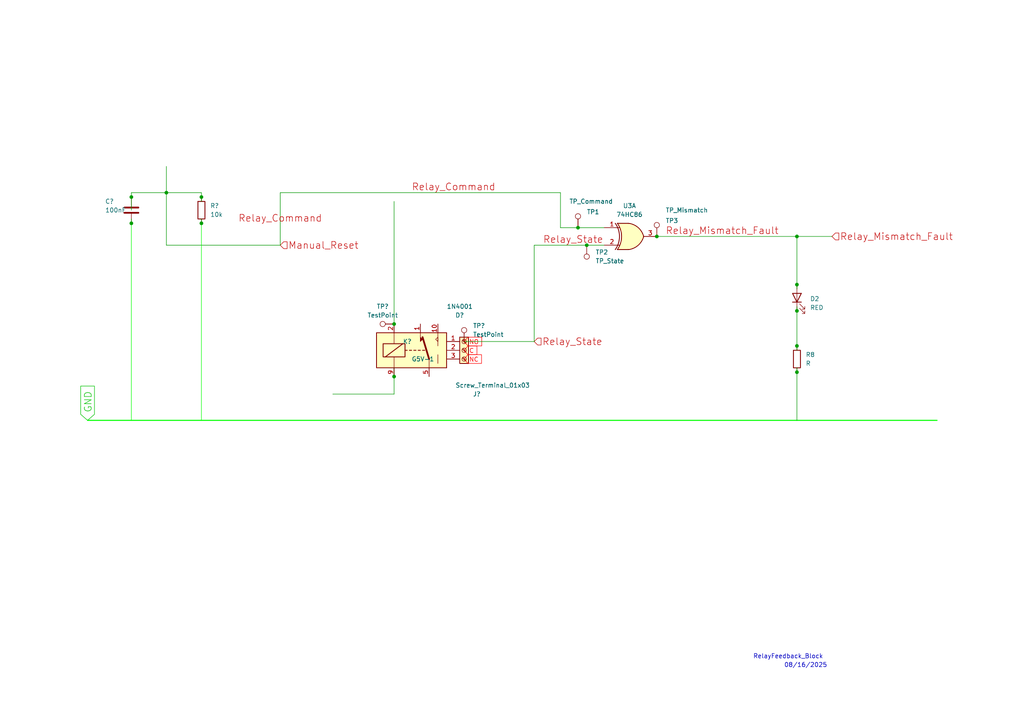
<source format=kicad_sch>
(kicad_sch (version 20250114) (generator "eeschema") (generator_version "9.0")
  (paper "A4")
  (lib_symbols
    (symbol "74xx:74HC86" (pin_names (offset 1.016))
      (property "Reference" "U" (at 0 1.27 0))
      (property "Value" "74HC86" (at 0 -1.27 0))
      (symbol "74HC86_1_0"
        (arc (start -4.4196 3.81) (mid -3.2033 0) (end -4.4196 -3.81) (stroke (width 0.254)))
        (arc (start -3.81 3.81) (mid -2.589 0) (end -3.81 -3.81) (stroke (width 0.254)))
        (polyline (pts (xy -3.81 3.81) (xy -0.635 3.81)) (stroke (width 0.254)) (fill (type background)))
        (polyline (pts (xy -3.81 -3.81) (xy -0.635 -3.81)) (stroke (width 0.254)) (fill (type background)))
        (arc (start 3.81 0) (mid 2.1855 -2.584) (end -0.6096 -3.81) (stroke (width 0.254)) (fill (type background)))
        (arc (start -0.6096 3.81) (mid 2.1928 2.5924) (end 3.81 0) (stroke (width 0.254)) (fill (type background)))
        (polyline (pts (xy -0.635 3.81) (xy -3.81 3.81) (xy -3.81 3.81) (xy -3.556 3.4036) (xy -3.0226 2.2606) (xy -2.6924 1.0414) (xy -2.6162 -0.254) (xy -2.7686 -1.4986) (xy -3.175 -2.7178) (xy -3.81 -3.81) (xy -3.81 -3.81) (xy -0.635 -3.81)) (stroke (width -25.4)) (fill (type background)))
        (pin input line (at -7.62 2.54 0) (length 4.445) (name "~") (number "1"))
        (pin input line (at -7.62 -2.54 0) (length 4.445) (name "~") (number "2"))
        (pin output line (at 7.62 0 180) (length 3.81) (name "~") (number "3"))
      )
      (symbol "74HC86_1_1"
        (polyline (pts (xy -3.81 2.54) (xy -3.175 2.54)) (stroke (width 0.1524)))
        (polyline (pts (xy -3.81 -2.54) (xy -3.175 -2.54)) (stroke (width 0.1524)))
      )
      (symbol "74HC86_2_0"
        (arc (start -4.4196 3.81) (mid -3.2033 0) (end -4.4196 -3.81) (stroke (width 0.254)))
        (arc (start -3.81 3.81) (mid -2.589 0) (end -3.81 -3.81) (stroke (width 0.254)))
        (polyline (pts (xy -3.81 3.81) (xy -0.635 3.81)) (stroke (width 0.254)) (fill (type background)))
        (polyline (pts (xy -3.81 -3.81) (xy -0.635 -3.81)) (stroke (width 0.254)) (fill (type background)))
        (arc (start 3.81 0) (mid 2.1855 -2.584) (end -0.6096 -3.81) (stroke (width 0.254)) (fill (type background)))
        (arc (start -0.6096 3.81) (mid 2.1928 2.5924) (end 3.81 0) (stroke (width 0.254)) (fill (type background)))
        (polyline (pts (xy -0.635 3.81) (xy -3.81 3.81) (xy -3.81 3.81) (xy -3.556 3.4036) (xy -3.0226 2.2606) (xy -2.6924 1.0414) (xy -2.6162 -0.254) (xy -2.7686 -1.4986) (xy -3.175 -2.7178) (xy -3.81 -3.81) (xy -3.81 -3.81) (xy -0.635 -3.81)) (stroke (width -25.4)) (fill (type background)))
        (pin input line (at -7.62 2.54 0) (length 4.445) (name "~") (number "4"))
        (pin input line (at -7.62 -2.54 0) (length 4.445) (name "~") (number "5"))
        (pin output line (at 7.62 0 180) (length 3.81) (name "~") (number "6"))
      )
      (symbol "74HC86_2_1"
        (polyline (pts (xy -3.81 2.54) (xy -3.175 2.54)) (stroke (width 0.1524)))
        (polyline (pts (xy -3.81 -2.54) (xy -3.175 -2.54)) (stroke (width 0.1524)))
      )
      (symbol "74HC86_3_0"
        (arc (start -4.4196 3.81) (mid -3.2033 0) (end -4.4196 -3.81) (stroke (width 0.254)))
        (arc (start -3.81 3.81) (mid -2.589 0) (end -3.81 -3.81) (stroke (width 0.254)))
        (polyline (pts (xy -3.81 3.81) (xy -0.635 3.81)) (stroke (width 0.254)) (fill (type background)))
        (polyline (pts (xy -3.81 -3.81) (xy -0.635 -3.81)) (stroke (width 0.254)) (fill (type background)))
        (arc (start 3.81 0) (mid 2.1855 -2.584) (end -0.6096 -3.81) (stroke (width 0.254)) (fill (type background)))
        (arc (start -0.6096 3.81) (mid 2.1928 2.5924) (end 3.81 0) (stroke (width 0.254)) (fill (type background)))
        (polyline (pts (xy -0.635 3.81) (xy -3.81 3.81) (xy -3.81 3.81) (xy -3.556 3.4036) (xy -3.0226 2.2606) (xy -2.6924 1.0414) (xy -2.6162 -0.254) (xy -2.7686 -1.4986) (xy -3.175 -2.7178) (xy -3.81 -3.81) (xy -3.81 -3.81) (xy -0.635 -3.81)) (stroke (width -25.4)) (fill (type background)))
        (pin input line (at -7.62 2.54 0) (length 4.445) (name "~") (number "9"))
        (pin input line (at -7.62 -2.54 0) (length 4.445) (name "~") (number "10"))
        (pin output line (at 7.62 0 180) (length 3.81) (name "~") (number "8"))
      )
      (symbol "74HC86_3_1"
        (polyline (pts (xy -3.81 2.54) (xy -3.175 2.54)) (stroke (width 0.1524)))
        (polyline (pts (xy -3.81 -2.54) (xy -3.175 -2.54)) (stroke (width 0.1524)))
      )
      (symbol "74HC86_4_0"
        (arc (start -4.4196 3.81) (mid -3.2033 0) (end -4.4196 -3.81) (stroke (width 0.254)))
        (arc (start -3.81 3.81) (mid -2.589 0) (end -3.81 -3.81) (stroke (width 0.254)))
        (polyline (pts (xy -3.81 3.81) (xy -0.635 3.81)) (stroke (width 0.254)) (fill (type background)))
        (polyline (pts (xy -3.81 -3.81) (xy -0.635 -3.81)) (stroke (width 0.254)) (fill (type background)))
        (arc (start 3.81 0) (mid 2.1855 -2.584) (end -0.6096 -3.81) (stroke (width 0.254)) (fill (type background)))
        (arc (start -0.6096 3.81) (mid 2.1928 2.5924) (end 3.81 0) (stroke (width 0.254)) (fill (type background)))
        (polyline (pts (xy -0.635 3.81) (xy -3.81 3.81) (xy -3.81 3.81) (xy -3.556 3.4036) (xy -3.0226 2.2606) (xy -2.6924 1.0414) (xy -2.6162 -0.254) (xy -2.7686 -1.4986) (xy -3.175 -2.7178) (xy -3.81 -3.81) (xy -3.81 -3.81) (xy -0.635 -3.81)) (stroke (width -25.4)) (fill (type background)))
        (pin input line (at -7.62 2.54 0) (length 4.445) (name "~") (number "12"))
        (pin input line (at -7.62 -2.54 0) (length 4.445) (name "~") (number "13"))
        (pin output line (at 7.62 0 180) (length 3.81) (name "~") (number "11"))
      )
      (symbol "74HC86_4_1"
        (polyline (pts (xy -3.81 2.54) (xy -3.175 2.54)) (stroke (width 0.1524)))
        (polyline (pts (xy -3.81 -2.54) (xy -3.175 -2.54)) (stroke (width 0.1524)))
      )
      (symbol "74HC86_5_0"
        (pin power_in line (at 0 12.7 270) (length 5.08) (name "VCC") (number "14"))
        (pin power_in line (at 0 -12.7 90) (length 5.08) (name "GND") (number "7"))
      )
      (symbol "74HC86_5_1"
        (rectangle (start -5.08 7.62) (end 5.08 -7.62) (stroke (width 0.254)) (fill (type background)))
      )
    )
    (symbol "Connector:Screw_Terminal_01x03" (pin_names (offset 1.016) (hide yes))
      (property "Reference" "J" (at 0 5.08 0))
      (property "Value" "Screw_Terminal_01x03" (at 0 -5.08 0))
      (symbol "Screw_Terminal_01x03_1_1"
        (rectangle (start -1.27 3.81) (end 1.27 -3.81) (stroke (width 0.254)) (fill (type background)))
        (polyline (pts (xy -0.5334 2.8702) (xy 0.3302 2.032)) (stroke (width 0.1524)))
        (polyline (pts (xy -0.5334 0.3302) (xy 0.3302 -0.508)) (stroke (width 0.1524)))
        (polyline (pts (xy -0.5334 -2.2098) (xy 0.3302 -3.048)) (stroke (width 0.1524)))
        (polyline (pts (xy -0.3556 3.048) (xy 0.508 2.2098)) (stroke (width 0.1524)))
        (polyline (pts (xy -0.3556 0.508) (xy 0.508 -0.3302)) (stroke (width 0.1524)))
        (polyline (pts (xy -0.3556 -2.032) (xy 0.508 -2.8702)) (stroke (width 0.1524)))
        (circle (center 0 2.54) (radius 0.635) (stroke (width 0.1524)))
        (circle (center 0 0) (radius 0.635) (stroke (width 0.1524)))
        (circle (center 0 -2.54) (radius 0.635) (stroke (width 0.1524)))
        (pin passive line (at -5.08 2.54 0) (length 3.81) (name "Pin_1") (number "1"))
        (pin passive line (at -5.08 0 0) (length 3.81) (name "Pin_2") (number "2"))
        (pin passive line (at -5.08 -2.54 0) (length 3.81) (name "Pin_3") (number "3"))
      )
    )
    (symbol "Connector:TestPoint" (pin_numbers (hide yes)) (pin_names (offset 0.762) (hide yes))
      (property "Reference" "TP" (at 0 6.858 0))
      (property "Value" "TestPoint" (at 0 5.08 0))
      (symbol "TestPoint_0_1"
        (circle (center 0 3.302) (radius 0.762))
      )
      (symbol "TestPoint_1_1"
        (pin passive line (at 0 0 90) (length 2.54) (name "1") (number "1"))
      )
    )
    (symbol "Device:C" (pin_numbers (hide yes)) (pin_names (offset 0.254))
      (property "Reference" "C" (at 0.635 2.54 0))
      (property "Value" "C" (at 0.635 -2.54 0))
      (symbol "C_0_1"
        (polyline (pts (xy -2.032 0.762) (xy 2.032 0.762)) (stroke (width 0.508)))
        (polyline (pts (xy -2.032 -0.762) (xy 2.032 -0.762)) (stroke (width 0.508)))
      )
      (symbol "C_1_1"
        (pin passive line (at 0 3.81 270) (length 2.794) (name "~") (number "1"))
        (pin passive line (at 0 -3.81 90) (length 2.794) (name "~") (number "2"))
      )
    )
    (symbol "Diode:1N4001" (pin_numbers (hide yes)) (pin_names (hide yes))
      (property "Reference" "D" (at 0 2.54 0))
      (property "Value" "1N4001" (at 0 -2.54 0))
      (symbol "1N4001_0_1"
        (polyline (pts (xy -1.27 1.27) (xy -1.27 -1.27)) (stroke (width 0.254)))
        (polyline (pts (xy 1.27 1.27) (xy 1.27 -1.27) (xy -1.27 0) (xy 1.27 1.27)) (stroke (width 0.254)))
        (polyline (pts (xy 1.27 0) (xy -1.27 0)))
      )
      (symbol "1N4001_1_1"
        (pin passive line (at -3.81 0 0) (length 2.54) (name "K") (number "1"))
        (pin passive line (at 3.81 0 180) (length 2.54) (name "A") (number "2"))
      )
    )
    (symbol "FAULT_LED_DRIVER:LED" (pin_numbers (hide yes)) (pin_names (offset 1.016) (hide yes))
      (property "Reference" "D" (at 0 2.54 0))
      (property "Value" "LED" (at 0 -2.54 0))
      (symbol "LED_0_1"
        (polyline (pts (xy -3.048 -0.762) (xy -4.572 -2.286) (xy -3.81 -2.286) (xy -4.572 -2.286) (xy -4.572 -1.524)))
        (polyline (pts (xy -1.778 -0.762) (xy -3.302 -2.286) (xy -2.54 -2.286) (xy -3.302 -2.286) (xy -3.302 -1.524)))
        (polyline (pts (xy -1.27 0) (xy 1.27 0)))
        (polyline (pts (xy -1.27 -1.27) (xy -1.27 1.27)) (stroke (width 0.254)))
        (polyline (pts (xy 1.27 -1.27) (xy 1.27 1.27) (xy -1.27 0) (xy 1.27 -1.27)) (stroke (width 0.254)))
      )
      (symbol "LED_1_1"
        (pin passive line (at -3.81 0 0) (length 2.54) (name "K") (number "1"))
        (pin passive line (at 3.81 0 180) (length 2.54) (name "A") (number "2"))
      )
    )
    (symbol "FAULT_LED_DRIVER:R" (pin_numbers (hide yes)) (pin_names (offset 0))
      (property "Reference" "R" (at 2.032 0 90))
      (property "Value" "R" (at 0 0 90))
      (symbol "R_0_1"
        (rectangle (start -1.016 -2.54) (end 1.016 2.54) (stroke (width 0.254)))
      )
      (symbol "R_1_1"
        (pin passive line (at 0 3.81 270) (length 1.27) (name "~") (number "1"))
        (pin passive line (at 0 -3.81 90) (length 1.27) (name "~") (number "2"))
      )
    )
    (symbol "Relay:G5V-1"
      (property "Reference" "K" (at 11.43 3.81 0))
      (property "Value" "G5V-1" (at 11.43 1.27 0))
      (symbol "G5V-1_0_0"
        (polyline (pts (xy 7.62 5.08) (xy 7.62 2.54) (xy 6.985 3.175) (xy 7.62 3.81)))
      )
      (symbol "G5V-1_0_1"
        (rectangle (start -10.16 5.08) (end 10.16 -5.08) (stroke (width 0.254)) (fill (type background)))
        (rectangle (start -8.255 1.905) (end -1.905 -1.905) (stroke (width 0.254)))
        (polyline (pts (xy -7.62 -1.905) (xy -2.54 1.905)) (stroke (width 0.254)))
        (polyline (pts (xy -5.08 5.08) (xy -5.08 1.905)))
        (polyline (pts (xy -5.08 -5.08) (xy -5.08 -1.905)))
        (polyline (pts (xy -1.905 0) (xy -1.27 0)) (stroke (width 0.254)))
        (polyline (pts (xy -0.635 0) (xy 0 0)) (stroke (width 0.254)))
        (polyline (pts (xy 0.635 0) (xy 1.27 0)) (stroke (width 0.254)))
        (polyline (pts (xy 1.905 0) (xy 2.54 0)) (stroke (width 0.254)))
        (polyline (pts (xy 2.54 5.08) (xy 2.54 2.54) (xy 3.175 3.175) (xy 2.54 3.81)) (fill (type outline)))
        (polyline (pts (xy 3.175 0) (xy 3.81 0)) (stroke (width 0.254)))
        (polyline (pts (xy 5.08 -2.54) (xy 3.175 3.81)) (stroke (width 0.508)))
        (polyline (pts (xy 5.08 -2.54) (xy 5.08 -5.08)))
      )
      (symbol "G5V-1_1_1"
        (pin passive line (at -5.08 7.62 270) (length 2.54) (name "~") (number "2"))
        (pin passive line (at -5.08 -7.62 90) (length 2.54) (name "~") (number "9"))
        (pin passive line (at 2.54 7.62 270) (length 2.54) (name "~") (number "1"))
        (pin passive line (at 5.08 -7.62 90) (length 2.54) (name "~") (number "5"))
        (pin passive line (at 5.08 -7.62 90) (length 2.54) (hide yes) (name "~") (number "6"))
        (pin passive line (at 7.62 7.62 270) (length 2.54) (name "~") (number "10"))
      )
    )
  )
  (text "08/16/2025\n" (at 233.68 193.04 0) (effects (font (size 1.27 1.27))))
  (text "Relay_Command" (at 81.28 63.5 0) (effects (font (size 2 2))))
  (text "RelayFeedback_Block" (at 228.6 190.5 0) (effects (font (size 1.27 1.27))))
  (junction (at 38.1 57.15))
  (junction (at 58.42 64.77))
  (junction (at 114.3 93.98))
  (junction (at 231.14 82.55))
  (junction (at 231.14 100.33))
  (junction (at 114.3 109.22))
  (junction (at 167.64 66.04))
  (junction (at 231.14 90.17))
  (junction (at 170.18 71.12))
  (junction (at 38.1 64.77))
  (junction (at 231.14 68.58))
  (junction (at 48.26 55.88))
  (junction (at 231.14 107.95))
  (junction (at 58.42 57.15))
  (junction (at 190.5 68.58))
  (wire (pts (xy 58.42 63.5) (xy 58.42 64.77)))
  (wire (pts (xy 231.14 100.33) (xy 231.14 101.6)))
  (wire (pts (xy 58.42 55.88) (xy 58.42 57.15)))
  (wire (pts (xy 231.14 83.82) (xy 231.14 82.55)))
  (wire (pts (xy 38.1 64.77) (xy 38.1 121.92)) (stroke (width 0) (color 0 255 0 1)))
  (bus (pts (xy 25.4 121.92) (xy 271.78 121.92)) (stroke (width 0) (color 0 255 0 1)))
  (wire (pts (xy 231.14 106.68) (xy 231.14 107.95)))
  (wire (pts (xy 231.14 68.58) (xy 241.3 68.58)))
  (wire (pts (xy 58.42 57.15) (xy 58.42 58.42)))
  (wire (pts (xy 190.5 68.58) (xy 231.14 68.58)))
  (wire (pts (xy 48.26 71.12) (xy 81.28 71.12)))
  (wire (pts (xy 167.64 66.04) (xy 175.26 66.04)))
  (wire (pts (xy 48.26 55.88) (xy 58.42 55.88)))
  (wire (pts (xy 231.14 107.95) (xy 231.14 121.92)))
  (wire (pts (xy 231.14 90.17) (xy 231.14 100.33)))
  (wire (pts (xy 38.1 63.5) (xy 38.1 64.77)))
  (wire (pts (xy 231.14 82.55) (xy 231.14 68.58)))
  (wire (pts (xy 38.1 57.15) (xy 38.1 60.96)))
  (wire (pts (xy 114.3 114.3) (xy 96.52 114.3)))
  (wire (pts (xy 170.18 71.12) (xy 175.26 71.12)))
  (wire (pts (xy 154.94 99.06) (xy 154.94 71.12)))
  (wire (pts (xy 154.94 71.12) (xy 170.18 71.12)))
  (wire (pts (xy 38.1 55.88) (xy 38.1 57.15)))
  (wire (pts (xy 114.3 58.42) (xy 114.3 93.98)))
  (wire (pts (xy 162.56 66.04) (xy 167.64 66.04)))
  (wire (pts (xy 48.26 48.26) (xy 48.26 55.88)))
  (wire (pts (xy 162.56 55.88) (xy 162.56 66.04)))
  (wire (pts (xy 231.14 88.9) (xy 231.14 90.17)))
  (wire (pts (xy 58.42 64.77) (xy 58.42 121.92)) (stroke (width 0) (color 0 255 0 1)))
  (wire (pts (xy 114.3 106.68) (xy 114.3 109.22)))
  (wire (pts (xy 81.28 55.88) (xy 162.56 55.88)))
  (wire (pts (xy 81.28 71.12) (xy 81.28 55.88)))
  (wire (pts (xy 48.26 55.88) (xy 48.26 71.12)))
  (wire (pts (xy 134.62 99.06) (xy 154.94 99.06)))
  (wire (pts (xy 38.1 55.88) (xy 48.26 55.88)))
  (wire (pts (xy 114.3 109.22) (xy 114.3 114.3)))
  (label "Relay_State" (at 157.48 71.12 0) (effects (font (size 2 2))))
  (label "Relay_Command" (at 119.38 55.88 0) (effects (font (size 2 2))))
  (label "Relay_Mismatch_Fault" (at 193.04 68.58 0) (effects (font (size 2 2))))
  (global_label "NC" (shape input) (at 134.62 104.14 0) (property "Intersheetrefs" "${INTERSHEET_REFS}" (effects (hide yes))))
  (global_label "NO" (shape input) (at 134.62 99.06 0) (property "Intersheetrefs" "${INTERSHEET_REFS}" (effects (hide yes))))
  (global_label "GND" (shape input) (at 25.4 121.92 90) (effects (font (size 2 2))) (property "Intersheetrefs" "${INTERSHEET_REFS}" (effects (hide yes))))
  (global_label "C" (shape input) (at 134.62 101.6 0) (property "Intersheetrefs" "${INTERSHEET_REFS}" (effects (hide yes))))
  (hierarchical_label "Relay_State" (shape input) (at 154.94 99.06 0) (effects (font (size 2 2))))
  (hierarchical_label "Manual_Reset" (shape input) (at 81.28 71.12 0) (effects (font (size 2 2))))
  (hierarchical_label "Relay_Mismatch_Fault" (shape input) (at 241.3 68.58 0) (effects (font (size 2 2))))
  (symbol (lib_id "Connector:TestPoint") (at 190.5 68.58 0) (unit 1)
    (property "Reference" "TP3" (at 193.04 64.0079 0) (effects (justify left)))
    (property "Value" "TP_Mismatch" (at 193.04 60.96 0) (effects (justify left)))
    (property "Description" "test point" (effects (hide yes)))
  )
  (symbol (lib_id "Connector:Screw_Terminal_01x03") (at 134.62 101.6 0) (unit 1)
    (property "Reference" "J?" (at 137.16 114.3 0) (effects (justify left)))
    (property "Value" "Screw_Terminal_01x03" (at 132.08 111.76 0) (effects (justify left)))
    (property "Description" "Generic screw terminal, single row, 01x03, script generated (kicad-library-utils/schlib/autogen/connector/)" (effects (hide yes)))
  )
  (symbol (lib_id "FAULT_LED_DRIVER:R") (at 58.42 60.96 0) (unit 1)
    (property "Reference" "R?" (at 60.96 59.6899 0) (effects (justify left)))
    (property "Value" "10k" (at 60.96 62.2299 0) (effects (justify left)))
    (property "Description" "Resistor" (effects (hide yes)))
  )
  (symbol (lib_id "FAULT_LED_DRIVER:R") (at 231.14 104.14 0) (unit 1)
    (property "Reference" "R8" (at 233.68 102.8699 0) (effects (justify left)))
    (property "Value" "R" (at 233.68 105.4099 0) (effects (justify left)))
    (property "Description" "Resistor" (effects (hide yes)))
  )
  (symbol (lib_id "Connector:TestPoint") (at 114.3 93.98 90) (unit 1)
    (property "Reference" "TP?" (at 110.998 88.9 90))
    (property "Value" "TestPoint" (at 110.998 91.44 90))
    (property "Description" "test point" (effects (hide yes)))
  )
  (symbol (lib_id "FAULT_LED_DRIVER:LED") (at 231.14 86.36 90) (unit 1)
    (property "Reference" "D2" (at 234.95 86.6774 90) (effects (justify right)))
    (property "Value" "RED" (at 234.95 89.2174 90) (effects (justify right)))
    (property "Description" "Light emitting diode" (effects (hide yes)))
    (property "Sim.Pins" "1=K 2=A" (effects (hide yes)))
  )
  (symbol (lib_id "Device:C") (at 38.1 60.96 0) (unit 1)
    (property "Reference" "C?" (at 30.48 58.42 0) (effects (justify left)))
    (property "Value" "100nF" (at 30.48 60.96 0) (effects (justify left)))
    (property "Description" "Unpolarized capacitor" (effects (hide yes)))
  )
  (symbol (lib_id "Relay:G5V-1") (at 119.38 101.6 0) (unit 1)
    (property "Reference" "K?" (at 116.84 99.06 0) (effects (justify left)))
    (property "Value" "G5V-1" (at 119.38 104.14 0) (effects (justify left)))
    (property "Footprint" "Relay_THT:Relay_SPDT_Omron_G5V-1" (effects (hide yes)))
    (property "Datasheet" "http://omronfs.omron.com/en_US/ecb/products/pdf/en-g5v_1.pdf" (effects (hide yes)))
    (property "Description" "Ultra-miniature, Highly Sensitive SPDT Relay for Signal Circuits" (effects (hide yes)))
  )
  (symbol (lib_id "74xx:74HC86") (at 182.88 68.58 0) (unit 1)
    (property "Reference" "U3" (at 182.5752 59.69 0))
    (property "Value" "74HC86" (at 182.5752 62.23 0))
    (property "Datasheet" "http://www.ti.com/lit/gpn/sn74HC86" (effects (hide yes)))
    (property "Description" "Quad 2-input XOR" (effects (hide yes)))
  )
  (symbol (lib_id "Connector:TestPoint") (at 170.18 71.12 180) (unit 1)
    (property "Reference" "TP2" (at 172.72 73.1519 0) (effects (justify right)))
    (property "Value" "TP_State" (at 172.72 75.6919 0) (effects (justify right)))
    (property "Description" "test point" (effects (hide yes)))
  )
  (symbol (lib_id "Connector:TestPoint") (at 134.62 99.06 0) (unit 1)
    (property "Reference" "TP?" (at 137.16 94.4879 0) (effects (justify left)))
    (property "Value" "TestPoint" (at 137.16 97.0279 0) (effects (justify left)))
    (property "Description" "test point" (effects (hide yes)))
  )
  (symbol (lib_id "Diode:1N4001") (at 127 101.6 90) (unit 1)
    (property "Reference" "D?" (at 134.62 91.44 90) (effects (justify left)))
    (property "Value" "1N4001" (at 137.16 88.9 90) (effects (justify left)))
    (property "Footprint" "Diode_THT:D_DO-41_SOD81_P10.16mm_Horizontal" (effects (hide yes)))
    (property "Datasheet" "http://www.vishay.com/docs/88503/1n4001.pdf" (effects (hide yes)))
    (property "Description" "50V 1A General Purpose Rectifier Diode, DO-41" (effects (hide yes)))
    (property "Sim.Device" "D" (effects (hide yes)))
    (property "Sim.Pins" "1=K 2=A" (effects (hide yes)))
  )
  (symbol (lib_id "Connector:TestPoint") (at 167.64 66.04 0) (unit 1)
    (property "Reference" "TP1" (at 170.18 61.4679 0) (effects (justify left)))
    (property "Value" "TP_Command" (at 165.1 58.42 0) (effects (justify left)))
    (property "Description" "test point" (effects (hide yes)))
  )
)
</source>
